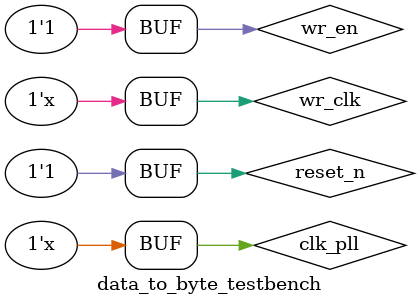
<source format=v>
`timescale 1ns / 1ps

module data_to_byte_testbench;

	// Inputs
	reg clk_pll=0;
	always	#5 clk_pll<=~clk_pll;
	reg reset_n=1'b1;

	//fifo inputs
	reg wr_clk=0;
	always	#11337.87 wr_clk<=~wr_clk;
	reg [63:0] din;
	reg wr_en=1'b1;
	wire [7:0]dout;
	wire full,empty;
	reg rd_en;
	// Instantiate the Unit Under Test (UUT)
data_fifo your_instance_name (
  .wr_clk(wr_clk), // input wr_clk
  .rd_clk(clk_pll), // input rd_clk
  .din(din), // input [63 : 0] din
  .wr_en(1'b1), // input wr_en
  .rd_en(rd_en), // input rd_en
  .dout(dout), // output [7 : 0] dout
  .full(full), // output full
  .empty(empty) // output empty
);
always@(posedge clk_pll)	begin
	if(full | empty)	rd_en<=1'b0;
	else	rd_en<=1'b1;
end

reg [63:0] temp=64'haffaaffaaffaaffa;
always@(posedge wr_clk)	begin
	din<=temp;
	temp<=temp+1;
end

endmodule


</source>
